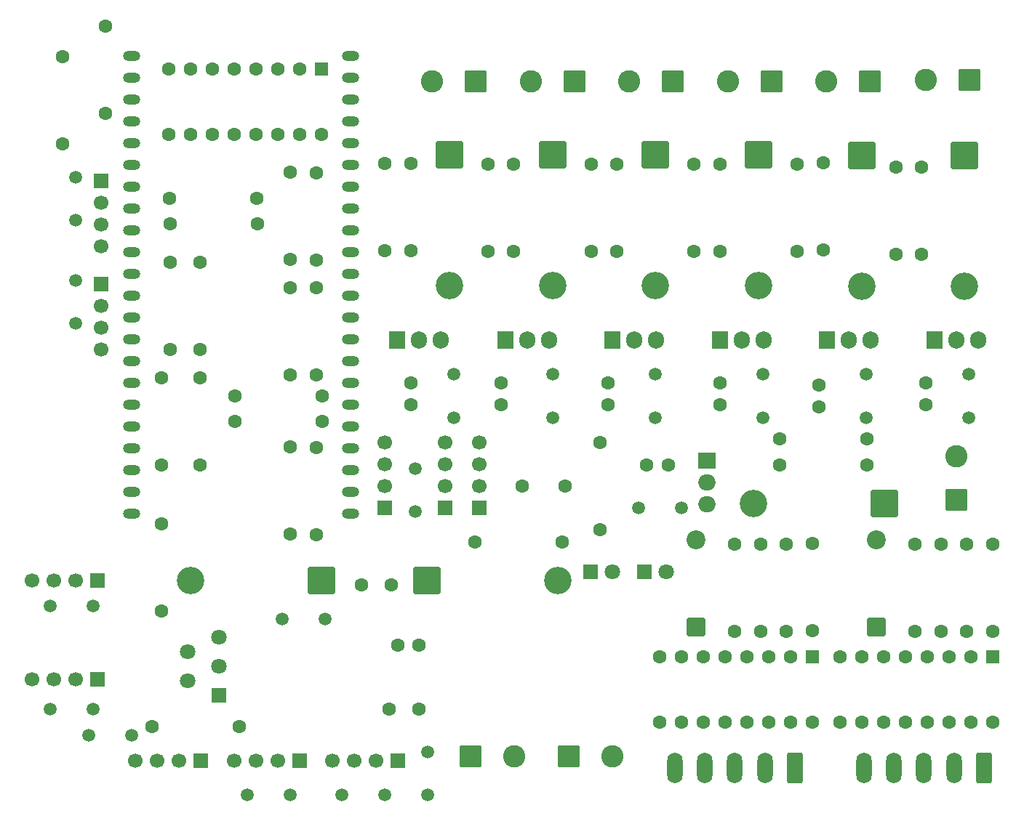
<source format=gbs>
G04 #@! TF.GenerationSoftware,KiCad,Pcbnew,9.0.7*
G04 #@! TF.CreationDate,2026-02-01T12:24:03+05:30*
G04 #@! TF.ProjectId,motherboard_sub,6d6f7468-6572-4626-9f61-72645f737562,rev?*
G04 #@! TF.SameCoordinates,Original*
G04 #@! TF.FileFunction,Soldermask,Bot*
G04 #@! TF.FilePolarity,Negative*
%FSLAX46Y46*%
G04 Gerber Fmt 4.6, Leading zero omitted, Abs format (unit mm)*
G04 Created by KiCad (PCBNEW 9.0.7) date 2026-02-01 12:24:03*
%MOMM*%
%LPD*%
G01*
G04 APERTURE LIST*
G04 Aperture macros list*
%AMRoundRect*
0 Rectangle with rounded corners*
0 $1 Rounding radius*
0 $2 $3 $4 $5 $6 $7 $8 $9 X,Y pos of 4 corners*
0 Add a 4 corners polygon primitive as box body*
4,1,4,$2,$3,$4,$5,$6,$7,$8,$9,$2,$3,0*
0 Add four circle primitives for the rounded corners*
1,1,$1+$1,$2,$3*
1,1,$1+$1,$4,$5*
1,1,$1+$1,$6,$7*
1,1,$1+$1,$8,$9*
0 Add four rect primitives between the rounded corners*
20,1,$1+$1,$2,$3,$4,$5,0*
20,1,$1+$1,$4,$5,$6,$7,0*
20,1,$1+$1,$6,$7,$8,$9,0*
20,1,$1+$1,$8,$9,$2,$3,0*%
G04 Aperture macros list end*
%ADD10C,1.600000*%
%ADD11R,1.700000X1.700000*%
%ADD12C,1.700000*%
%ADD13C,1.500000*%
%ADD14O,2.000000X1.200000*%
%ADD15R,1.800000X1.800000*%
%ADD16C,1.800000*%
%ADD17RoundRect,0.250000X-0.550000X0.550000X-0.550000X-0.550000X0.550000X-0.550000X0.550000X0.550000X0*%
%ADD18R,2.000000X1.905000*%
%ADD19O,2.000000X1.905000*%
%ADD20RoundRect,0.250000X1.050000X-1.050000X1.050000X1.050000X-1.050000X1.050000X-1.050000X-1.050000X0*%
%ADD21C,2.600000*%
%ADD22RoundRect,0.250000X1.350000X1.350000X-1.350000X1.350000X-1.350000X-1.350000X1.350000X-1.350000X0*%
%ADD23C,3.200000*%
%ADD24RoundRect,0.250000X1.050000X1.050000X-1.050000X1.050000X-1.050000X-1.050000X1.050000X-1.050000X0*%
%ADD25RoundRect,0.250000X-1.350000X1.350000X-1.350000X-1.350000X1.350000X-1.350000X1.350000X1.350000X0*%
%ADD26R,1.905000X2.000000*%
%ADD27O,1.905000X2.000000*%
%ADD28RoundRect,0.249999X0.850001X-0.850001X0.850001X0.850001X-0.850001X0.850001X-0.850001X-0.850001X0*%
%ADD29C,2.200000*%
%ADD30RoundRect,0.250000X-1.050000X-1.050000X1.050000X-1.050000X1.050000X1.050000X-1.050000X1.050000X0*%
%ADD31RoundRect,0.250000X-1.350000X-1.350000X1.350000X-1.350000X1.350000X1.350000X-1.350000X1.350000X0*%
%ADD32RoundRect,0.250000X0.650000X1.550000X-0.650000X1.550000X-0.650000X-1.550000X0.650000X-1.550000X0*%
%ADD33O,1.800000X3.600000*%
G04 APERTURE END LIST*
D10*
X41000000Y-91920000D03*
X41000000Y-102080000D03*
D11*
X32500000Y-129000000D03*
D12*
X29960000Y-129000000D03*
X27420000Y-129000000D03*
X24880000Y-129000000D03*
D11*
X67540000Y-150000000D03*
D12*
X65000000Y-150000000D03*
X62460000Y-150000000D03*
X59920000Y-150000000D03*
D11*
X56080000Y-150000000D03*
D12*
X53540000Y-150000000D03*
X51000000Y-150000000D03*
X48460000Y-150000000D03*
D11*
X44580000Y-150000000D03*
D12*
X42040000Y-150000000D03*
X39500000Y-150000000D03*
X36960000Y-150000000D03*
D11*
X32500000Y-140500000D03*
D12*
X29960000Y-140500000D03*
X27420000Y-140500000D03*
X24880000Y-140500000D03*
D13*
X27000000Y-144000000D03*
X32000000Y-144000000D03*
X61000000Y-154000000D03*
X66000000Y-154000000D03*
D14*
X62000000Y-121210000D03*
X62000000Y-118670000D03*
X62000000Y-116130000D03*
X62000000Y-113590000D03*
X62000000Y-111050000D03*
X62000000Y-108510000D03*
X62000000Y-105970000D03*
X62000000Y-103430000D03*
X62000000Y-100890000D03*
X62000000Y-98350000D03*
X62000000Y-95790000D03*
X62000000Y-93250000D03*
X62000000Y-90710000D03*
X62000000Y-88170000D03*
X62000000Y-85630000D03*
X62000000Y-83090000D03*
X62000000Y-80550000D03*
X62000000Y-78010000D03*
X62000000Y-75470000D03*
X62000000Y-72930000D03*
X62000000Y-70390000D03*
X62000000Y-67850000D03*
X36500000Y-121210000D03*
X36500000Y-118670000D03*
X36500000Y-116130000D03*
X36500000Y-113590000D03*
X36500000Y-111050000D03*
X36500000Y-108510000D03*
X36500000Y-105970000D03*
X36500000Y-103430000D03*
X36500000Y-100890000D03*
X36500000Y-98350000D03*
X36500000Y-95790000D03*
X36500000Y-93250000D03*
X36500000Y-90710000D03*
X36500000Y-85630000D03*
X36500000Y-83090000D03*
X36500000Y-80550000D03*
X36500000Y-78010000D03*
X36500000Y-75470000D03*
X36500000Y-72930000D03*
X36500000Y-70390000D03*
X36500000Y-67850000D03*
X36500000Y-88170000D03*
D11*
X66000000Y-120500000D03*
D12*
X66000000Y-117960000D03*
X66000000Y-115420000D03*
X66000000Y-112880000D03*
D11*
X33000000Y-94460000D03*
D12*
X33000000Y-97000000D03*
X33000000Y-99540000D03*
X33000000Y-102080000D03*
D11*
X73000000Y-120540000D03*
D12*
X73000000Y-118000000D03*
X73000000Y-115460000D03*
X73000000Y-112920000D03*
D11*
X33000000Y-82460000D03*
D12*
X33000000Y-85000000D03*
X33000000Y-87540000D03*
X33000000Y-90080000D03*
D11*
X77000000Y-120500000D03*
D12*
X77000000Y-117960000D03*
X77000000Y-115420000D03*
X77000000Y-112880000D03*
D10*
X76500000Y-124500000D03*
X86660000Y-124500000D03*
D15*
X89960000Y-128000000D03*
D16*
X92500000Y-128000000D03*
D15*
X46700000Y-142400000D03*
D16*
X43000000Y-140700000D03*
X46700000Y-139000000D03*
X43000000Y-137300000D03*
X46700000Y-135600000D03*
D17*
X58580000Y-69380000D03*
D10*
X56040000Y-69380000D03*
X53500000Y-69380000D03*
X50960000Y-69380000D03*
X48420000Y-69380000D03*
X45880000Y-69380000D03*
X43340000Y-69380000D03*
X40800000Y-69380000D03*
X40800000Y-77000000D03*
X43340000Y-77000000D03*
X45880000Y-77000000D03*
X48420000Y-77000000D03*
X50960000Y-77000000D03*
X53500000Y-77000000D03*
X56040000Y-77000000D03*
X58580000Y-77000000D03*
X44500000Y-102080000D03*
X44500000Y-91920000D03*
X28500000Y-68000000D03*
X28500000Y-78160000D03*
X33500000Y-64420000D03*
X33500000Y-74580000D03*
D13*
X30000000Y-87040000D03*
X30000000Y-82040000D03*
D18*
X103500000Y-115000000D03*
D19*
X103500000Y-117540000D03*
X103500000Y-120080000D03*
D10*
X96500000Y-115500000D03*
X99000000Y-115500000D03*
D20*
X132500000Y-119580000D03*
D21*
X132500000Y-114500000D03*
D10*
X111920000Y-112500000D03*
X122080000Y-112500000D03*
X111920000Y-115500000D03*
X122080000Y-115500000D03*
D22*
X124120000Y-120000000D03*
D23*
X108880000Y-120000000D03*
D13*
X95500000Y-120500000D03*
X100500000Y-120500000D03*
D10*
X66000000Y-90580000D03*
X66000000Y-80420000D03*
D24*
X111045000Y-70832500D03*
D21*
X105965000Y-70832500D03*
D24*
X134010000Y-70665000D03*
D21*
X128930000Y-70665000D03*
D10*
X105000000Y-90660000D03*
X105000000Y-80500000D03*
D25*
X73500000Y-79380000D03*
D23*
X73500000Y-94620000D03*
D26*
X117460000Y-101000000D03*
D27*
X120000000Y-101000000D03*
X122540000Y-101000000D03*
D10*
X70000000Y-144000000D03*
X66500000Y-144000000D03*
X67500000Y-136500000D03*
X70000000Y-136500000D03*
D13*
X71000000Y-149000000D03*
X71000000Y-154000000D03*
D10*
X58000000Y-81500000D03*
X58000000Y-91660000D03*
D28*
X123240000Y-134460000D03*
D29*
X123240000Y-124300000D03*
D13*
X122000000Y-105000000D03*
X122000000Y-110000000D03*
D10*
X41000000Y-87420000D03*
X51160000Y-87420000D03*
D26*
X129960000Y-100950000D03*
D27*
X132500000Y-100950000D03*
X135040000Y-100950000D03*
D10*
X58000000Y-123660000D03*
X58000000Y-113500000D03*
D24*
X88045000Y-70832500D03*
D21*
X82965000Y-70832500D03*
D15*
X96225000Y-128000000D03*
D16*
X98765000Y-128000000D03*
D10*
X44500000Y-115580000D03*
X44500000Y-105420000D03*
X49080000Y-146000000D03*
X38920000Y-146000000D03*
X51080000Y-84500000D03*
X40920000Y-84500000D03*
D13*
X97500000Y-105000000D03*
X97500000Y-110000000D03*
X31500000Y-147000000D03*
X36500000Y-147000000D03*
D24*
X122465000Y-70832500D03*
D21*
X117385000Y-70832500D03*
D10*
X129000000Y-106000000D03*
X129000000Y-108500000D03*
D26*
X92500000Y-101000000D03*
D27*
X95040000Y-101000000D03*
X97580000Y-101000000D03*
D30*
X87420000Y-149500000D03*
D21*
X92500000Y-149500000D03*
D17*
X115780000Y-137880000D03*
D10*
X113240000Y-137880000D03*
X110700000Y-137880000D03*
X108160000Y-137880000D03*
X105620000Y-137880000D03*
X103080000Y-137880000D03*
X100540000Y-137880000D03*
X98000000Y-137880000D03*
X98000000Y-145500000D03*
X100540000Y-145500000D03*
X103080000Y-145500000D03*
X105620000Y-145500000D03*
X108160000Y-145500000D03*
X110700000Y-145500000D03*
X113240000Y-145500000D03*
X115780000Y-145500000D03*
X55000000Y-94920000D03*
X55000000Y-105080000D03*
X133740000Y-134960000D03*
X133740000Y-124800000D03*
X55000000Y-113420000D03*
X55000000Y-123580000D03*
D13*
X134000000Y-105000000D03*
X134000000Y-110000000D03*
D24*
X76545000Y-70832500D03*
D21*
X71465000Y-70832500D03*
D10*
X58000000Y-105080000D03*
X58000000Y-94920000D03*
X116500000Y-106250000D03*
X116500000Y-108750000D03*
X81000000Y-90660000D03*
X81000000Y-80500000D03*
X69000000Y-90580000D03*
X69000000Y-80420000D03*
X40000000Y-132580000D03*
X40000000Y-122420000D03*
D30*
X76000000Y-149500000D03*
D21*
X81080000Y-149500000D03*
D10*
X91000000Y-112920000D03*
X91000000Y-123080000D03*
X48500000Y-107500000D03*
X58660000Y-107500000D03*
D31*
X70880000Y-129000000D03*
D23*
X86120000Y-129000000D03*
D25*
X109500000Y-79380000D03*
D23*
X109500000Y-94620000D03*
D10*
X115740000Y-134880000D03*
X115740000Y-124720000D03*
X48500000Y-110500000D03*
X58660000Y-110500000D03*
X105000000Y-106000000D03*
X105000000Y-108500000D03*
D32*
X113740000Y-150880000D03*
D33*
X110240000Y-150880000D03*
X106740000Y-150880000D03*
X103240000Y-150880000D03*
X99740000Y-150880000D03*
D10*
X106740000Y-134960000D03*
X106740000Y-124800000D03*
D25*
X97500000Y-79380000D03*
D23*
X97500000Y-94620000D03*
D32*
X135740000Y-150880000D03*
D33*
X132240000Y-150880000D03*
X128740000Y-150880000D03*
X125240000Y-150880000D03*
X121740000Y-150880000D03*
D10*
X117000000Y-90500000D03*
X117000000Y-80340000D03*
D25*
X85500000Y-79380000D03*
D23*
X85500000Y-94620000D03*
D10*
X63250000Y-129500000D03*
X66750000Y-129500000D03*
X55000000Y-91580000D03*
X55000000Y-81420000D03*
X78000000Y-90660000D03*
X78000000Y-80500000D03*
X128500000Y-91000000D03*
X128500000Y-80840000D03*
D13*
X110000000Y-105000000D03*
X110000000Y-110000000D03*
X55000000Y-154000000D03*
X50000000Y-154000000D03*
X69500000Y-121000000D03*
X69500000Y-116000000D03*
D10*
X127740000Y-134960000D03*
X127740000Y-124800000D03*
D22*
X58620000Y-129000000D03*
D23*
X43380000Y-129000000D03*
D10*
X92000000Y-106000000D03*
X92000000Y-108500000D03*
D28*
X102240000Y-134460000D03*
D29*
X102240000Y-124300000D03*
D13*
X59000000Y-133500000D03*
X54000000Y-133500000D03*
D26*
X105000000Y-101000000D03*
D27*
X107540000Y-101000000D03*
X110080000Y-101000000D03*
D10*
X79500000Y-106000000D03*
X79500000Y-108500000D03*
X114000000Y-90660000D03*
X114000000Y-80500000D03*
X136740000Y-134960000D03*
X136740000Y-124800000D03*
D26*
X67460000Y-101000000D03*
D27*
X70000000Y-101000000D03*
X72540000Y-101000000D03*
D10*
X112740000Y-134960000D03*
X112740000Y-124800000D03*
D13*
X85500000Y-105000000D03*
X85500000Y-110000000D03*
X32000000Y-132000000D03*
X27000000Y-132000000D03*
D10*
X109740000Y-134960000D03*
X109740000Y-124800000D03*
D24*
X99545000Y-70832500D03*
D21*
X94465000Y-70832500D03*
D13*
X30000000Y-94000000D03*
X30000000Y-99000000D03*
D10*
X130725000Y-134960000D03*
X130725000Y-124800000D03*
X82000000Y-118000000D03*
X87000000Y-118000000D03*
X90000000Y-90660000D03*
X90000000Y-80500000D03*
D25*
X121500000Y-79500000D03*
D23*
X121500000Y-94740000D03*
D26*
X80000000Y-101000000D03*
D27*
X82540000Y-101000000D03*
X85080000Y-101000000D03*
D10*
X69000000Y-106000000D03*
X69000000Y-108500000D03*
D13*
X74000000Y-105000000D03*
X74000000Y-110000000D03*
D25*
X133500000Y-79500000D03*
D23*
X133500000Y-94740000D03*
D10*
X102000000Y-90660000D03*
X102000000Y-80500000D03*
X93000000Y-90660000D03*
X93000000Y-80500000D03*
X125500000Y-91000000D03*
X125500000Y-80840000D03*
D17*
X136740000Y-137880000D03*
D10*
X134200000Y-137880000D03*
X131660000Y-137880000D03*
X129120000Y-137880000D03*
X126580000Y-137880000D03*
X124040000Y-137880000D03*
X121500000Y-137880000D03*
X118960000Y-137880000D03*
X118960000Y-145500000D03*
X121500000Y-145500000D03*
X124040000Y-145500000D03*
X126580000Y-145500000D03*
X129120000Y-145500000D03*
X131660000Y-145500000D03*
X134200000Y-145500000D03*
X136740000Y-145500000D03*
X40000000Y-105420000D03*
X40000000Y-115580000D03*
M02*

</source>
